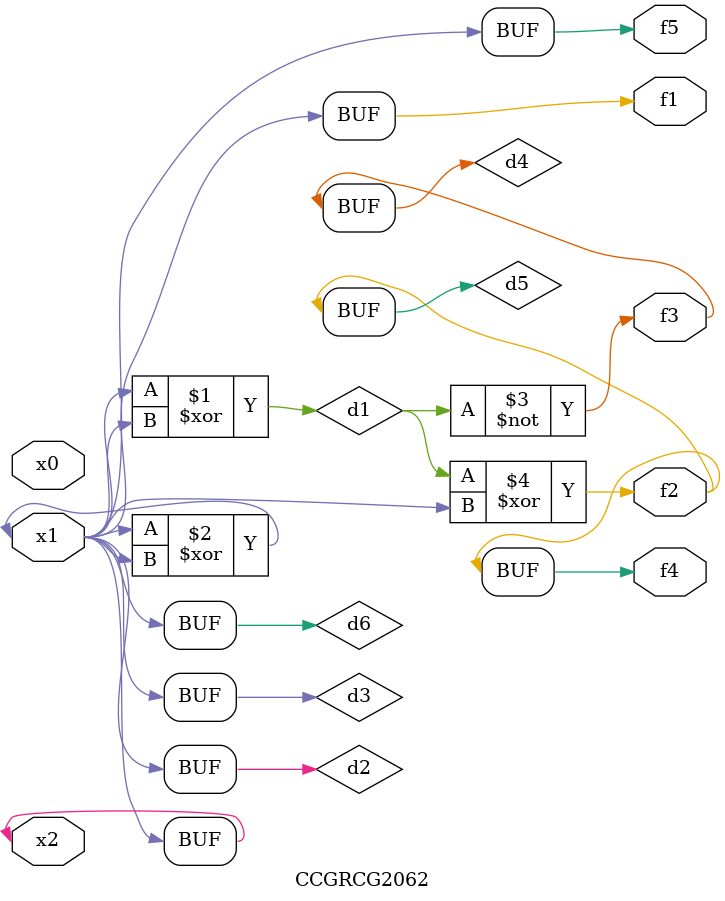
<source format=v>
module CCGRCG2062(
	input x0, x1, x2,
	output f1, f2, f3, f4, f5
);

	wire d1, d2, d3, d4, d5, d6;

	xor (d1, x1, x2);
	buf (d2, x1, x2);
	xor (d3, x1, x2);
	nor (d4, d1);
	xor (d5, d1, d2);
	buf (d6, d2, d3);
	assign f1 = d6;
	assign f2 = d5;
	assign f3 = d4;
	assign f4 = d5;
	assign f5 = d6;
endmodule

</source>
